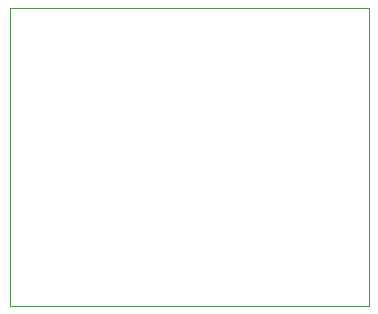
<source format=gbr>
%TF.GenerationSoftware,KiCad,Pcbnew,7.0.6*%
%TF.CreationDate,2024-08-02T03:26:17+05:00*%
%TF.ProjectId,Stm32Board,53746d33-3242-46f6-9172-642e6b696361,rev?*%
%TF.SameCoordinates,Original*%
%TF.FileFunction,Profile,NP*%
%FSLAX46Y46*%
G04 Gerber Fmt 4.6, Leading zero omitted, Abs format (unit mm)*
G04 Created by KiCad (PCBNEW 7.0.6) date 2024-08-02 03:26:17*
%MOMM*%
%LPD*%
G01*
G04 APERTURE LIST*
%TA.AperFunction,Profile*%
%ADD10C,0.100000*%
%TD*%
G04 APERTURE END LIST*
D10*
X152221000Y-72784000D02*
X182626000Y-72784000D01*
X182626000Y-97989000D01*
X152221000Y-97989000D01*
X152221000Y-72784000D01*
M02*

</source>
